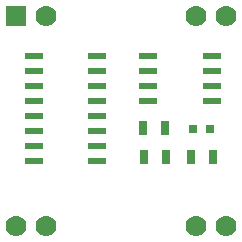
<source format=gbr>
G04 #@! TF.FileFunction,Soldermask,Bot*
%FSLAX46Y46*%
G04 Gerber Fmt 4.6, Leading zero omitted, Abs format (unit mm)*
G04 Created by KiCad (PCBNEW 4.0.7-e2-6376~61~ubuntu18.04.1) date Fri Aug 17 14:13:56 2018*
%MOMM*%
%LPD*%
G01*
G04 APERTURE LIST*
%ADD10C,0.100000*%
%ADD11R,1.778000X1.778000*%
%ADD12C,1.778000*%
%ADD13R,0.700000X1.300000*%
%ADD14R,0.800000X0.750000*%
%ADD15R,1.500000X0.600000*%
%ADD16R,1.550000X0.600000*%
G04 APERTURE END LIST*
D10*
D11*
X149810000Y-86010000D03*
D12*
X152350000Y-86010000D03*
X165050000Y-86010000D03*
X167590000Y-86010000D03*
X149810000Y-103790000D03*
X152350000Y-103790000D03*
X165050000Y-103790000D03*
X167590000Y-103790000D03*
D13*
X164575000Y-97975000D03*
X166475000Y-97975000D03*
X160525000Y-95525000D03*
X162425000Y-95525000D03*
X160600000Y-97975000D03*
X162500000Y-97975000D03*
D14*
X166250000Y-95600000D03*
X164750000Y-95600000D03*
D15*
X156675000Y-89430000D03*
X156675000Y-90700000D03*
X156675000Y-91970000D03*
X156675000Y-93240000D03*
X156675000Y-94510000D03*
X156675000Y-95780000D03*
X156675000Y-97050000D03*
X156675000Y-98320000D03*
X151275000Y-98320000D03*
X151275000Y-97050000D03*
X151275000Y-95780000D03*
X151275000Y-94510000D03*
X151275000Y-93240000D03*
X151275000Y-91970000D03*
X151275000Y-90700000D03*
X151275000Y-89430000D03*
D16*
X166350000Y-89420000D03*
X166350000Y-90690000D03*
X166350000Y-91960000D03*
X166350000Y-93230000D03*
X160950000Y-93230000D03*
X160950000Y-91960000D03*
X160950000Y-90690000D03*
X160950000Y-89420000D03*
M02*

</source>
